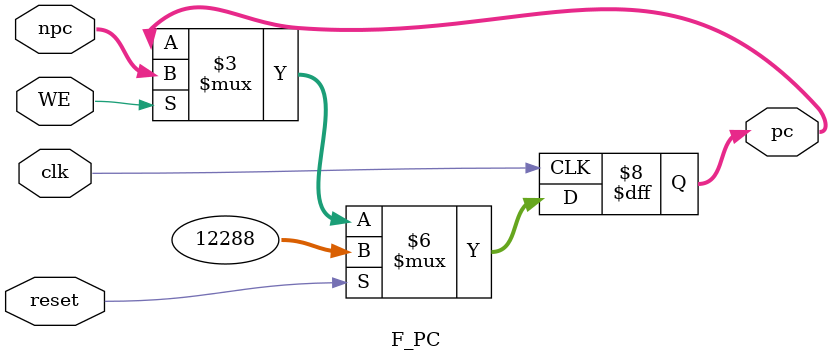
<source format=v>
`timescale 1ns / 1ps
module F_PC(
    input clk,
    input reset,
    input WE,
    input [31:0] npc,
    output reg [31:0] pc
    );
	 
	 initial begin
	 pc <= 32'h0000_3000;
	 end
	 
	 always @(posedge clk) begin
	 if(reset) begin
	 pc <= 32'h0000_3000;
	 end
	 else if(WE) begin
	 pc <= npc;
	 end
	 end
	 


endmodule

</source>
